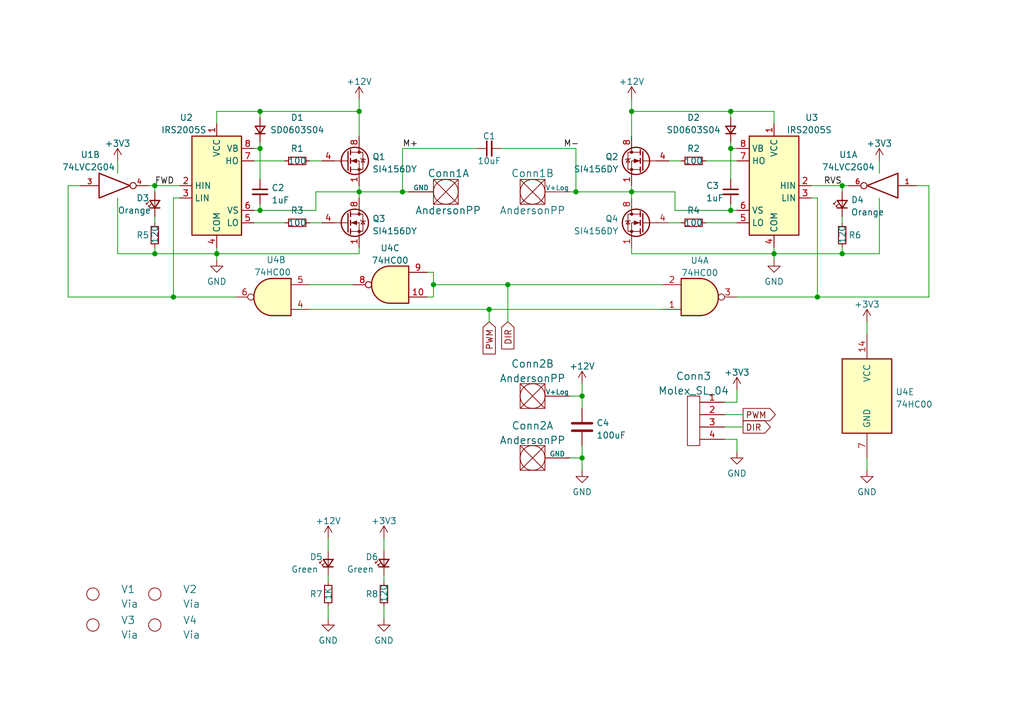
<source format=kicad_sch>
(kicad_sch (version 20211123) (generator eeschema)
  (paper "A5")
  (lib_symbols
    (symbol "74xGxx:74LVC2G04" (pin_names (offset 1.016))
      (property "Reference" "U" (at -2.54 3.81 0))
      (property "Value" "74LVC2G04" (at 0 -3.81 0))
      (symbol "74LVC2G04_0_1"
        (polyline (pts (xy -3.81 2.54) (xy -3.81 -2.54) (xy 2.54 0) (xy -3.81 2.54)) (stroke (width 0.254)))
        (pin power_in line (at 0 -2.54 270) (length 0) hide (name "GND") (number "2"))
        (pin power_in line (at 0 2.54 90) (length 0) hide (name "VCC") (number "5"))
      )
      (symbol "74LVC2G04_1_1"
        (pin input line (at -7.62 0 0) (length 3.81) (name "~") (number "1"))
        (pin output inverted (at 6.35 0 180) (length 3.81) (name "~") (number "6"))
      )
      (symbol "74LVC2G04_2_1"
        (pin input line (at -7.62 0 0) (length 3.81) (name "~") (number "3"))
        (pin output inverted (at 6.35 0 180) (length 3.81) (name "~") (number "4"))
      )
    )
    (symbol "74xx:74HC00" (pin_names (offset 1.016))
      (property "Reference" "U" (at 0 1.27 0))
      (property "Value" "74HC00" (at 0 -1.27 0))
      (symbol "74HC00_1_1"
        (arc (start 0 -3.81) (mid 3.81 0) (end 0 3.81) (stroke (width 0.254)) (fill (type background)))
        (polyline (pts (xy 0 3.81) (xy -3.81 3.81) (xy -3.81 -3.81) (xy 0 -3.81)) (stroke (width 0.254)) (fill (type background)))
        (pin input line (at -7.62 2.54 0) (length 3.81) (name "~") (number "1"))
        (pin input line (at -7.62 -2.54 0) (length 3.81) (name "~") (number "2"))
        (pin output inverted (at 7.62 0 180) (length 3.81) (name "~") (number "3"))
      )
      (symbol "74HC00_1_2"
        (arc (start -3.81 -3.81) (mid -2.589 0) (end -3.81 3.81) (stroke (width 0.254)))
        (arc (start -0.6096 -3.81) (mid 2.1842 -2.5851) (end 3.81 0) (stroke (width 0.254)) (fill (type background)))
        (polyline (pts (xy -3.81 -3.81) (xy -0.635 -3.81)) (stroke (width 0.254)) (fill (type background)))
        (polyline (pts (xy -3.81 3.81) (xy -0.635 3.81)) (stroke (width 0.254)) (fill (type background)))
        (polyline (pts (xy -0.635 3.81) (xy -3.81 3.81) (xy -3.81 3.81) (xy -3.556 3.4036) (xy -3.0226 2.2606) (xy -2.6924 1.0414) (xy -2.6162 -0.254) (xy -2.7686 -1.4986) (xy -3.175 -2.7178) (xy -3.81 -3.81) (xy -3.81 -3.81) (xy -0.635 -3.81)) (stroke (width -25.4)) (fill (type background)))
        (arc (start 3.81 0) (mid 2.1915 2.5936) (end -0.6096 3.81) (stroke (width 0.254)) (fill (type background)))
        (pin input inverted (at -7.62 2.54 0) (length 4.318) (name "~") (number "1"))
        (pin input inverted (at -7.62 -2.54 0) (length 4.318) (name "~") (number "2"))
        (pin output line (at 7.62 0 180) (length 3.81) (name "~") (number "3"))
      )
      (symbol "74HC00_2_1"
        (arc (start 0 -3.81) (mid 3.81 0) (end 0 3.81) (stroke (width 0.254)) (fill (type background)))
        (polyline (pts (xy 0 3.81) (xy -3.81 3.81) (xy -3.81 -3.81) (xy 0 -3.81)) (stroke (width 0.254)) (fill (type background)))
        (pin input line (at -7.62 2.54 0) (length 3.81) (name "~") (number "4"))
        (pin input line (at -7.62 -2.54 0) (length 3.81) (name "~") (number "5"))
        (pin output inverted (at 7.62 0 180) (length 3.81) (name "~") (number "6"))
      )
      (symbol "74HC00_2_2"
        (arc (start -3.81 -3.81) (mid -2.589 0) (end -3.81 3.81) (stroke (width 0.254)))
        (arc (start -0.6096 -3.81) (mid 2.1842 -2.5851) (end 3.81 0) (stroke (width 0.254)) (fill (type background)))
        (polyline (pts (xy -3.81 -3.81) (xy -0.635 -3.81)) (stroke (width 0.254)) (fill (type background)))
        (polyline (pts (xy -3.81 3.81) (xy -0.635 3.81)) (stroke (width 0.254)) (fill (type background)))
        (polyline (pts (xy -0.635 3.81) (xy -3.81 3.81) (xy -3.81 3.81) (xy -3.556 3.4036) (xy -3.0226 2.2606) (xy -2.6924 1.0414) (xy -2.6162 -0.254) (xy -2.7686 -1.4986) (xy -3.175 -2.7178) (xy -3.81 -3.81) (xy -3.81 -3.81) (xy -0.635 -3.81)) (stroke (width -25.4)) (fill (type background)))
        (arc (start 3.81 0) (mid 2.1915 2.5936) (end -0.6096 3.81) (stroke (width 0.254)) (fill (type background)))
        (pin input inverted (at -7.62 2.54 0) (length 4.318) (name "~") (number "4"))
        (pin input inverted (at -7.62 -2.54 0) (length 4.318) (name "~") (number "5"))
        (pin output line (at 7.62 0 180) (length 3.81) (name "~") (number "6"))
      )
      (symbol "74HC00_3_1"
        (arc (start 0 -3.81) (mid 3.81 0) (end 0 3.81) (stroke (width 0.254)) (fill (type background)))
        (polyline (pts (xy 0 3.81) (xy -3.81 3.81) (xy -3.81 -3.81) (xy 0 -3.81)) (stroke (width 0.254)) (fill (type background)))
        (pin input line (at -7.62 -2.54 0) (length 3.81) (name "~") (number "10"))
        (pin output inverted (at 7.62 0 180) (length 3.81) (name "~") (number "8"))
        (pin input line (at -7.62 2.54 0) (length 3.81) (name "~") (number "9"))
      )
      (symbol "74HC00_3_2"
        (arc (start -3.81 -3.81) (mid -2.589 0) (end -3.81 3.81) (stroke (width 0.254)))
        (arc (start -0.6096 -3.81) (mid 2.1842 -2.5851) (end 3.81 0) (stroke (width 0.254)) (fill (type background)))
        (polyline (pts (xy -3.81 -3.81) (xy -0.635 -3.81)) (stroke (width 0.254)) (fill (type background)))
        (polyline (pts (xy -3.81 3.81) (xy -0.635 3.81)) (stroke (width 0.254)) (fill (type background)))
        (polyline (pts (xy -0.635 3.81) (xy -3.81 3.81) (xy -3.81 3.81) (xy -3.556 3.4036) (xy -3.0226 2.2606) (xy -2.6924 1.0414) (xy -2.6162 -0.254) (xy -2.7686 -1.4986) (xy -3.175 -2.7178) (xy -3.81 -3.81) (xy -3.81 -3.81) (xy -0.635 -3.81)) (stroke (width -25.4)) (fill (type background)))
        (arc (start 3.81 0) (mid 2.1915 2.5936) (end -0.6096 3.81) (stroke (width 0.254)) (fill (type background)))
        (pin input inverted (at -7.62 -2.54 0) (length 4.318) (name "~") (number "10"))
        (pin output line (at 7.62 0 180) (length 3.81) (name "~") (number "8"))
        (pin input inverted (at -7.62 2.54 0) (length 4.318) (name "~") (number "9"))
      )
      (symbol "74HC00_4_1"
        (arc (start 0 -3.81) (mid 3.81 0) (end 0 3.81) (stroke (width 0.254)) (fill (type background)))
        (polyline (pts (xy 0 3.81) (xy -3.81 3.81) (xy -3.81 -3.81) (xy 0 -3.81)) (stroke (width 0.254)) (fill (type background)))
        (pin output inverted (at 7.62 0 180) (length 3.81) (name "~") (number "11"))
        (pin input line (at -7.62 2.54 0) (length 3.81) (name "~") (number "12"))
        (pin input line (at -7.62 -2.54 0) (length 3.81) (name "~") (number "13"))
      )
      (symbol "74HC00_4_2"
        (arc (start -3.81 -3.81) (mid -2.589 0) (end -3.81 3.81) (stroke (width 0.254)))
        (arc (start -0.6096 -3.81) (mid 2.1842 -2.5851) (end 3.81 0) (stroke (width 0.254)) (fill (type background)))
        (polyline (pts (xy -3.81 -3.81) (xy -0.635 -3.81)) (stroke (width 0.254)) (fill (type background)))
        (polyline (pts (xy -3.81 3.81) (xy -0.635 3.81)) (stroke (width 0.254)) (fill (type background)))
        (polyline (pts (xy -0.635 3.81) (xy -3.81 3.81) (xy -3.81 3.81) (xy -3.556 3.4036) (xy -3.0226 2.2606) (xy -2.6924 1.0414) (xy -2.6162 -0.254) (xy -2.7686 -1.4986) (xy -3.175 -2.7178) (xy -3.81 -3.81) (xy -3.81 -3.81) (xy -0.635 -3.81)) (stroke (width -25.4)) (fill (type background)))
        (arc (start 3.81 0) (mid 2.1915 2.5936) (end -0.6096 3.81) (stroke (width 0.254)) (fill (type background)))
        (pin output line (at 7.62 0 180) (length 3.81) (name "~") (number "11"))
        (pin input inverted (at -7.62 2.54 0) (length 4.318) (name "~") (number "12"))
        (pin input inverted (at -7.62 -2.54 0) (length 4.318) (name "~") (number "13"))
      )
      (symbol "74HC00_5_0"
        (pin power_in line (at 0 12.7 270) (length 5.08) (name "VCC") (number "14"))
        (pin power_in line (at 0 -12.7 90) (length 5.08) (name "GND") (number "7"))
      )
      (symbol "74HC00_5_1"
        (rectangle (start -5.08 7.62) (end 5.08 -7.62) (stroke (width 0.254)) (fill (type background)))
      )
    )
    (symbol "Device:C" (pin_numbers hide) (pin_names (offset 0.254))
      (property "Reference" "C" (at 0.635 2.54 0))
      (property "Value" "C" (at 0.635 -2.54 0))
      (symbol "C_0_1"
        (polyline (pts (xy -2.032 -0.762) (xy 2.032 -0.762)) (stroke (width 0.508)))
        (polyline (pts (xy -2.032 0.762) (xy 2.032 0.762)) (stroke (width 0.508)))
      )
      (symbol "C_1_1"
        (pin passive line (at 0 3.81 270) (length 2.794) (name "~") (number "1"))
        (pin passive line (at 0 -3.81 90) (length 2.794) (name "~") (number "2"))
      )
    )
    (symbol "Device:C_Small" (pin_numbers hide) (pin_names (offset 0.254) hide)
      (property "Reference" "C" (at 0.254 1.778 0))
      (property "Value" "C_Small" (at 0.254 -2.032 0))
      (symbol "C_Small_0_1"
        (polyline (pts (xy -1.524 -0.508) (xy 1.524 -0.508)) (stroke (width 0.3302)))
        (polyline (pts (xy -1.524 0.508) (xy 1.524 0.508)) (stroke (width 0.3048)))
      )
      (symbol "C_Small_1_1"
        (pin passive line (at 0 2.54 270) (length 2.032) (name "~") (number "1"))
        (pin passive line (at 0 -2.54 90) (length 2.032) (name "~") (number "2"))
      )
    )
    (symbol "Device:D_Small" (pin_numbers hide) (pin_names (offset 0.254) hide)
      (property "Reference" "D" (at -1.27 2.032 0))
      (property "Value" "D_Small" (at -3.81 -2.032 0))
      (symbol "D_Small_0_1"
        (polyline (pts (xy -0.762 -1.016) (xy -0.762 1.016)) (stroke (width 0.254)))
        (polyline (pts (xy -0.762 0) (xy 0.762 0)))
        (polyline (pts (xy 0.762 -1.016) (xy -0.762 0) (xy 0.762 1.016) (xy 0.762 -1.016)) (stroke (width 0.254)))
      )
      (symbol "D_Small_1_1"
        (pin passive line (at -2.54 0 0) (length 1.778) (name "K") (number "1"))
        (pin passive line (at 2.54 0 180) (length 1.778) (name "A") (number "2"))
      )
    )
    (symbol "Device:LED_Small" (pin_numbers hide) (pin_names (offset 0.254) hide)
      (property "Reference" "D" (at -1.27 3.175 0))
      (property "Value" "LED_Small" (at -4.445 -2.54 0))
      (symbol "LED_Small_0_1"
        (polyline (pts (xy -0.762 -1.016) (xy -0.762 1.016)) (stroke (width 0.254)))
        (polyline (pts (xy 1.016 0) (xy -0.762 0)))
        (polyline (pts (xy 0.762 -1.016) (xy -0.762 0) (xy 0.762 1.016) (xy 0.762 -1.016)) (stroke (width 0.254)))
        (polyline (pts (xy 0 0.762) (xy -0.508 1.27) (xy -0.254 1.27) (xy -0.508 1.27) (xy -0.508 1.016)))
        (polyline (pts (xy 0.508 1.27) (xy 0 1.778) (xy 0.254 1.778) (xy 0 1.778) (xy 0 1.524)))
      )
      (symbol "LED_Small_1_1"
        (pin passive line (at -2.54 0 0) (length 1.778) (name "K") (number "1"))
        (pin passive line (at 2.54 0 180) (length 1.778) (name "A") (number "2"))
      )
    )
    (symbol "Device:R_Small" (pin_numbers hide) (pin_names (offset 0.254) hide)
      (property "Reference" "R" (at 0.762 0.508 0))
      (property "Value" "R_Small" (at 0.762 -1.016 0))
      (symbol "R_Small_0_1"
        (rectangle (start -0.762 1.778) (end 0.762 -1.778) (stroke (width 0.2032)))
      )
      (symbol "R_Small_1_1"
        (pin passive line (at 0 2.54 270) (length 0.762) (name "~") (number "1"))
        (pin passive line (at 0 -2.54 90) (length 0.762) (name "~") (number "2"))
      )
    )
    (symbol "Driver_FET:IRS2005S"
      (property "Reference" "U" (at 1.27 13.335 0))
      (property "Value" "IRS2005S" (at 1.27 11.43 0))
      (symbol "IRS2005S_0_1"
        (rectangle (start -5.08 -10.16) (end 5.08 10.16) (stroke (width 0.254)) (fill (type background)))
      )
      (symbol "IRS2005S_1_1"
        (pin power_in line (at 0 12.7 270) (length 2.54) (name "VCC") (number "1"))
        (pin input line (at -7.62 0 0) (length 2.54) (name "HIN") (number "2"))
        (pin input line (at -7.62 -2.54 0) (length 2.54) (name "LIN") (number "3"))
        (pin power_in line (at 0 -12.7 90) (length 2.54) (name "COM") (number "4"))
        (pin output line (at 7.62 -7.62 180) (length 2.54) (name "LO") (number "5"))
        (pin passive line (at 7.62 -5.08 180) (length 2.54) (name "VS") (number "6"))
        (pin output line (at 7.62 5.08 180) (length 2.54) (name "HO") (number "7"))
        (pin passive line (at 7.62 7.62 180) (length 2.54) (name "VB") (number "8"))
      )
    )
    (symbol "MRDT_Connectors:AndersonPP" (pin_numbers hide) (pin_names (offset 0))
      (property "Reference" "Conn" (at 3.81 -1.27 0))
      (property "Value" "AndersonPP" (at 2.54 6.35 0))
      (symbol "AndersonPP_0_1"
        (polyline (pts (xy 0 5.08) (xy 5.08 0)))
        (polyline (pts (xy 5.08 5.08) (xy 0 0)))
        (rectangle (start 0 0) (end 5.08 5.08))
        (circle (center 2.54 2.54) (radius 2.54))
      )
      (symbol "AndersonPP_1_1"
        (pin input line (at 10.16 2.54 180) (length 5.08) (name "GND") (number "1"))
      )
      (symbol "AndersonPP_2_1"
        (pin input line (at 10.16 2.54 180) (length 5.08) (name "V+Log") (number "2"))
      )
      (symbol "AndersonPP_3_1"
        (pin input line (at 10.16 2.54 180) (length 5.08) (name "V+Act") (number "3"))
      )
      (symbol "AndersonPP_4_1"
        (pin input line (at 10.16 2.54 180) (length 5.08) (name "PV+") (number "4"))
      )
      (symbol "AndersonPP_5_1"
        (pin input line (at 10.16 2.54 180) (length 5.08) (name "~") (number "1"))
      )
    )
    (symbol "MRDT_Connectors:Molex_SL_04" (pin_names (offset 1.016))
      (property "Reference" "Conn" (at 3.81 -1.27 0))
      (property "Value" "Molex_SL_04" (at 1.27 11.43 0))
      (symbol "Molex_SL_04_0_1"
        (rectangle (start 0 10.16) (end 2.54 0))
      )
      (symbol "Molex_SL_04_1_1"
        (pin input line (at -5.08 8.89 0) (length 5.08) (name "~") (number "1"))
        (pin input line (at -5.08 6.35 0) (length 5.08) (name "~") (number "2"))
        (pin input line (at -5.08 3.81 0) (length 5.08) (name "~") (number "3"))
        (pin input line (at -5.08 1.27 0) (length 5.08) (name "~") (number "4"))
      )
    )
    (symbol "MRDT_Drill_Holes:Via" (pin_names (offset 1.016))
      (property "Reference" "V" (at 0 -2.54 0))
      (property "Value" "Via" (at 0 2.54 0))
      (symbol "Via_0_1"
        (circle (center 0 0) (radius 1.27))
      )
      (symbol "Via_1_1"
        (pin input line (at 0 0 0) (length 5.08) hide (name "~") (number "1"))
      )
    )
    (symbol "Transistor_FET:FDS2734" (pin_names hide)
      (property "Reference" "Q" (at 5.08 2.54 0))
      (property "Value" "FDS2734" (at 5.08 0 0))
      (symbol "FDS2734_0_1"
        (polyline (pts (xy 0.254 0) (xy -2.54 0)))
        (polyline (pts (xy 0.254 1.905) (xy 0.254 -1.905)) (stroke (width 0.254)))
        (polyline (pts (xy 0.762 -1.27) (xy 0.762 -2.286)) (stroke (width 0.254)))
        (polyline (pts (xy 0.762 0.508) (xy 0.762 -0.508)) (stroke (width 0.254)))
        (polyline (pts (xy 0.762 2.286) (xy 0.762 1.27)) (stroke (width 0.254)))
        (polyline (pts (xy 2.54 2.54) (xy 2.54 1.778)))
        (polyline (pts (xy 2.54 -2.54) (xy 2.54 0) (xy 0.762 0)))
        (polyline (pts (xy 0.762 -1.778) (xy 3.302 -1.778) (xy 3.302 1.778) (xy 0.762 1.778)))
        (polyline (pts (xy 1.016 0) (xy 2.032 0.381) (xy 2.032 -0.381) (xy 1.016 0)) (fill (type outline)))
        (polyline (pts (xy 2.794 0.508) (xy 2.921 0.381) (xy 3.683 0.381) (xy 3.81 0.254)))
        (polyline (pts (xy 3.302 0.381) (xy 2.921 -0.254) (xy 3.683 -0.254) (xy 3.302 0.381)))
        (circle (center 1.651 0) (radius 2.794) (stroke (width 0.254)))
        (circle (center 2.54 -1.778) (radius 0.254) (fill (type outline)))
        (circle (center 2.54 1.778) (radius 0.254) (fill (type outline)))
      )
      (symbol "FDS2734_1_1"
        (pin passive line (at 2.54 -5.08 90) (length 2.54) (name "S") (number "1"))
        (pin passive line (at 2.54 -5.08 90) (length 2.54) hide (name "S") (number "2"))
        (pin passive line (at 2.54 -5.08 90) (length 2.54) hide (name "S") (number "3"))
        (pin input line (at -5.08 0 0) (length 2.54) (name "G") (number "4"))
        (pin passive line (at 2.54 5.08 270) (length 2.54) hide (name "D") (number "5"))
        (pin passive line (at 2.54 5.08 270) (length 2.54) hide (name "D") (number "6"))
        (pin passive line (at 2.54 5.08 270) (length 2.54) hide (name "D") (number "7"))
        (pin passive line (at 2.54 5.08 270) (length 2.54) (name "D") (number "8"))
      )
    )
    (symbol "power:+12V" (power) (pin_names (offset 0))
      (property "Value" "+12V" (at 0 3.556 0))
      (symbol "+12V_0_1"
        (polyline (pts (xy -0.762 1.27) (xy 0 2.54)))
        (polyline (pts (xy 0 0) (xy 0 2.54)))
        (polyline (pts (xy 0 2.54) (xy 0.762 1.27)))
      )
      (symbol "+12V_1_1"
        (pin power_in line (at 0 0 90) (length 0) hide (name "+12V") (number "1"))
      )
    )
    (symbol "power:+3V3" (power) (pin_names (offset 0))
      (property "Value" "+3V3" (at 0 3.556 0))
      (symbol "+3V3_0_1"
        (polyline (pts (xy -0.762 1.27) (xy 0 2.54)))
        (polyline (pts (xy 0 0) (xy 0 2.54)))
        (polyline (pts (xy 0 2.54) (xy 0.762 1.27)))
      )
      (symbol "+3V3_1_1"
        (pin power_in line (at 0 0 90) (length 0) hide (name "+3V3") (number "1"))
      )
    )
    (symbol "power:GND" (power) (pin_names (offset 0))
      (property "Value" "GND" (at 0 -3.81 0))
      (symbol "GND_0_1"
        (polyline (pts (xy 0 0) (xy 0 -1.27) (xy 1.27 -1.27) (xy 0 -2.54) (xy -1.27 -1.27) (xy 0 -1.27)))
      )
      (symbol "GND_1_1"
        (pin power_in line (at 0 0 270) (length 0) hide (name "GND") (number "1"))
      )
    )
  )
  (junction (at 149.86 22.86))
  (junction (at 53.34 43.18))
  (junction (at 53.34 30.48))
  (junction (at 149.86 43.18))
  (junction (at 53.34 22.86))
  (junction (at 172.72 38.1))
  (junction (at 82.55 39.37))
  (junction (at 88.9 58.42))
  (junction (at 73.66 39.37))
  (junction (at 119.38 81.28))
  (junction (at 31.75 38.1))
  (junction (at 35.56 60.96))
  (junction (at 149.86 30.48))
  (junction (at 119.38 93.98))
  (junction (at 44.45 52.07))
  (junction (at 100.33 63.5))
  (junction (at 129.54 22.86))
  (junction (at 104.14 58.42))
  (junction (at 118.11 39.37))
  (junction (at 167.64 60.96))
  (junction (at 73.66 22.86))
  (junction (at 158.75 52.07))
  (junction (at 31.75 52.07))
  (junction (at 129.54 39.37))
  (junction (at 172.72 52.07))
  (wire (pts (xy 48.26 60.96) (xy 35.56 60.96)))
  (wire (pts (xy 148.59 87.63) (xy 152.4 87.63)))
  (wire (pts (xy 151.13 60.96) (xy 167.64 60.96)))
  (wire (pts (xy 88.9 55.88) (xy 88.9 58.42)))
  (wire (pts (xy 24.13 52.07) (xy 31.75 52.07)))
  (wire (pts (xy 129.54 22.86) (xy 129.54 27.94)))
  (wire (pts (xy 177.8 66.04) (xy 177.8 68.58)))
  (wire (pts (xy 52.07 43.18) (xy 53.34 43.18)))
  (wire (pts (xy 73.66 22.86) (xy 53.34 22.86)))
  (wire (pts (xy 137.16 45.72) (xy 139.7 45.72)))
  (wire (pts (xy 149.86 29.21) (xy 149.86 30.48)))
  (wire (pts (xy 53.34 43.18) (xy 64.77 43.18)))
  (wire (pts (xy 31.75 52.07) (xy 44.45 52.07)))
  (wire (pts (xy 119.38 81.28) (xy 119.38 83.82)))
  (wire (pts (xy 158.75 22.86) (xy 149.86 22.86)))
  (wire (pts (xy 73.66 39.37) (xy 82.55 39.37)))
  (wire (pts (xy 73.66 52.07) (xy 44.45 52.07)))
  (wire (pts (xy 158.75 50.8) (xy 158.75 52.07)))
  (wire (pts (xy 73.66 38.1) (xy 73.66 39.37)))
  (wire (pts (xy 24.13 33.02) (xy 24.13 35.56)))
  (wire (pts (xy 64.77 43.18) (xy 64.77 39.37)))
  (wire (pts (xy 118.11 39.37) (xy 116.84 39.37)))
  (wire (pts (xy 78.74 124.46) (xy 78.74 127)))
  (wire (pts (xy 144.78 45.72) (xy 151.13 45.72)))
  (wire (pts (xy 52.07 45.72) (xy 58.42 45.72)))
  (wire (pts (xy 44.45 50.8) (xy 44.45 52.07)))
  (wire (pts (xy 24.13 40.64) (xy 24.13 52.07)))
  (wire (pts (xy 167.64 60.96) (xy 190.5 60.96)))
  (wire (pts (xy 31.75 38.1) (xy 31.75 39.37)))
  (wire (pts (xy 87.63 60.96) (xy 88.9 60.96)))
  (wire (pts (xy 158.75 25.4) (xy 158.75 22.86)))
  (wire (pts (xy 151.13 43.18) (xy 149.86 43.18)))
  (wire (pts (xy 102.87 30.48) (xy 118.11 30.48)))
  (wire (pts (xy 151.13 90.17) (xy 151.13 92.71)))
  (wire (pts (xy 137.16 33.02) (xy 139.7 33.02)))
  (wire (pts (xy 129.54 20.32) (xy 129.54 22.86)))
  (wire (pts (xy 73.66 22.86) (xy 73.66 27.94)))
  (wire (pts (xy 73.66 39.37) (xy 73.66 40.64)))
  (wire (pts (xy 104.14 58.42) (xy 135.89 58.42)))
  (wire (pts (xy 177.8 93.98) (xy 177.8 96.52)))
  (wire (pts (xy 64.77 39.37) (xy 73.66 39.37)))
  (wire (pts (xy 158.75 52.07) (xy 158.75 53.34)))
  (wire (pts (xy 100.33 63.5) (xy 100.33 66.04)))
  (wire (pts (xy 63.5 45.72) (xy 66.04 45.72)))
  (wire (pts (xy 148.59 85.09) (xy 152.4 85.09)))
  (wire (pts (xy 30.48 38.1) (xy 31.75 38.1)))
  (wire (pts (xy 63.5 63.5) (xy 100.33 63.5)))
  (wire (pts (xy 53.34 41.91) (xy 53.34 43.18)))
  (wire (pts (xy 67.31 118.11) (xy 67.31 119.38)))
  (wire (pts (xy 31.75 50.8) (xy 31.75 52.07)))
  (wire (pts (xy 149.86 30.48) (xy 151.13 30.48)))
  (wire (pts (xy 166.37 38.1) (xy 172.72 38.1)))
  (wire (pts (xy 63.5 58.42) (xy 72.39 58.42)))
  (wire (pts (xy 73.66 20.32) (xy 73.66 22.86)))
  (wire (pts (xy 88.9 58.42) (xy 104.14 58.42)))
  (wire (pts (xy 13.97 38.1) (xy 16.51 38.1)))
  (wire (pts (xy 172.72 44.45) (xy 172.72 45.72)))
  (wire (pts (xy 13.97 60.96) (xy 35.56 60.96)))
  (wire (pts (xy 158.75 52.07) (xy 172.72 52.07)))
  (wire (pts (xy 44.45 22.86) (xy 53.34 22.86)))
  (wire (pts (xy 172.72 38.1) (xy 173.99 38.1)))
  (wire (pts (xy 129.54 50.8) (xy 129.54 52.07)))
  (wire (pts (xy 44.45 52.07) (xy 44.45 53.34)))
  (wire (pts (xy 52.07 33.02) (xy 58.42 33.02)))
  (wire (pts (xy 53.34 22.86) (xy 53.34 24.13)))
  (wire (pts (xy 149.86 41.91) (xy 149.86 43.18)))
  (wire (pts (xy 78.74 118.11) (xy 78.74 119.38)))
  (wire (pts (xy 118.11 39.37) (xy 129.54 39.37)))
  (wire (pts (xy 172.72 38.1) (xy 172.72 39.37)))
  (wire (pts (xy 35.56 60.96) (xy 35.56 40.64)))
  (wire (pts (xy 53.34 30.48) (xy 52.07 30.48)))
  (wire (pts (xy 151.13 82.55) (xy 151.13 80.01)))
  (wire (pts (xy 149.86 43.18) (xy 138.43 43.18)))
  (wire (pts (xy 116.84 93.98) (xy 119.38 93.98)))
  (wire (pts (xy 78.74 110.49) (xy 78.74 113.03)))
  (wire (pts (xy 119.38 81.28) (xy 119.38 78.74)))
  (wire (pts (xy 138.43 43.18) (xy 138.43 39.37)))
  (wire (pts (xy 73.66 50.8) (xy 73.66 52.07)))
  (wire (pts (xy 82.55 30.48) (xy 82.55 39.37)))
  (wire (pts (xy 187.96 38.1) (xy 190.5 38.1)))
  (wire (pts (xy 104.14 58.42) (xy 104.14 66.04)))
  (wire (pts (xy 53.34 29.21) (xy 53.34 30.48)))
  (wire (pts (xy 88.9 58.42) (xy 88.9 60.96)))
  (wire (pts (xy 116.84 81.28) (xy 119.38 81.28)))
  (wire (pts (xy 144.78 33.02) (xy 151.13 33.02)))
  (wire (pts (xy 44.45 25.4) (xy 44.45 22.86)))
  (wire (pts (xy 87.63 55.88) (xy 88.9 55.88)))
  (wire (pts (xy 35.56 40.64) (xy 36.83 40.64)))
  (wire (pts (xy 180.34 33.02) (xy 180.34 35.56)))
  (wire (pts (xy 167.64 60.96) (xy 167.64 40.64)))
  (wire (pts (xy 129.54 22.86) (xy 149.86 22.86)))
  (wire (pts (xy 67.31 124.46) (xy 67.31 127)))
  (wire (pts (xy 118.11 30.48) (xy 118.11 39.37)))
  (wire (pts (xy 82.55 30.48) (xy 97.79 30.48)))
  (wire (pts (xy 172.72 50.8) (xy 172.72 52.07)))
  (wire (pts (xy 31.75 38.1) (xy 36.83 38.1)))
  (wire (pts (xy 119.38 91.44) (xy 119.38 93.98)))
  (wire (pts (xy 129.54 52.07) (xy 158.75 52.07)))
  (wire (pts (xy 67.31 110.49) (xy 67.31 113.03)))
  (wire (pts (xy 82.55 39.37) (xy 83.82 39.37)))
  (wire (pts (xy 13.97 38.1) (xy 13.97 60.96)))
  (wire (pts (xy 149.86 36.83) (xy 149.86 30.48)))
  (wire (pts (xy 129.54 38.1) (xy 129.54 39.37)))
  (wire (pts (xy 190.5 38.1) (xy 190.5 60.96)))
  (wire (pts (xy 149.86 22.86) (xy 149.86 24.13)))
  (wire (pts (xy 167.64 40.64) (xy 166.37 40.64)))
  (wire (pts (xy 172.72 52.07) (xy 180.34 52.07)))
  (wire (pts (xy 148.59 82.55) (xy 151.13 82.55)))
  (wire (pts (xy 100.33 63.5) (xy 135.89 63.5)))
  (wire (pts (xy 129.54 39.37) (xy 129.54 40.64)))
  (wire (pts (xy 138.43 39.37) (xy 129.54 39.37)))
  (wire (pts (xy 180.34 40.64) (xy 180.34 52.07)))
  (wire (pts (xy 119.38 93.98) (xy 119.38 96.52)))
  (wire (pts (xy 53.34 36.83) (xy 53.34 30.48)))
  (wire (pts (xy 148.59 90.17) (xy 151.13 90.17)))
  (wire (pts (xy 63.5 33.02) (xy 66.04 33.02)))
  (wire (pts (xy 31.75 44.45) (xy 31.75 45.72)))
  (label "FWD" (at 31.75 38.1 0))
  (label "M-" (at 115.57 30.48 0))
  (label "M+" (at 82.55 30.48 0))
  (label "RVS" (at 168.91 38.1 0))
  (global_label "DIR" (shape input) (at 104.14 66.04 270) (property "Intersheet References" "${INTERSHEET_REFS}" (effects hide)))
  (global_label "PWM" (shape output) (at 152.4 85.09 0) (property "Intersheet References" "${INTERSHEET_REFS}" (effects hide)))
  (global_label "DIR" (shape output) (at 152.4 87.63 0) (property "Intersheet References" "${INTERSHEET_REFS}" (effects hide)))
  (global_label "PWM" (shape input) (at 100.33 66.04 270) (property "Intersheet References" "${INTERSHEET_REFS}" (effects hide)))
  (symbol (lib_id "Transistor_FET:FDS2734") (at 132.08 33.02 0) (mirror y) (unit 1)
    (property "Reference" "Q2" (at 126.873 32.1853 0) (effects (justify left)))
    (property "Value" "SI4156DY" (at 126.873 34.7222 0) (effects (justify left)))
    (property "Footprint" "Package_SO:SOIC-8_3.9x4.9mm_P1.27mm" (effects hide))
    (property "Datasheet" "http://www.onsemi.com/pub/Collateral/FDS2734-D.pdf" (effects hide))
  )
  (symbol (lib_id "Device:C_Small") (at 53.34 39.37 0) (unit 1)
    (property "Reference" "C2" (at 55.6641 38.5416 0) (effects (justify left)))
    (property "Value" "1uF" (at 55.6641 41.0785 0) (effects (justify left)))
    (property "Footprint" "Capacitor_SMD:C_0603_1608Metric_Pad1.08x0.95mm_HandSolder" (effects hide))
  )
  (symbol (lib_id "Driver_FET:IRS2005S") (at 44.45 38.1 0) (unit 1)
    (property "Reference" "U2" (at 36.83 24.13 0) (effects (justify left)))
    (property "Value" "IRS2005S" (at 33.02 26.67 0) (effects (justify left)))
    (property "Footprint" "Package_SO:SOIC-8_3.9x4.9mm_P1.27mm" (effects hide))
    (property "Datasheet" "https://www.infineon.com/dgdl/Infineon-IRS2005S-DS-v02_00-EN.pdf?fileId=5546d462533600a4015364c4246229e1" (effects hide))
  )
  (symbol (lib_id "MRDT_Connectors:AndersonPP") (at 106.68 96.52 0) (unit 1)
    (property "Reference" "Conn2" (at 109.22 87.3559 0) (effects (font (size 1.524 1.524))))
    (property "Value" "AndersonPP" (at 109.22 90.3493 0) (effects (font (size 1.524 1.524))))
    (property "Footprint" "MRDT_Connectors:Square_Anderson_2_H_Side_By_Side" (effects hide))
  )
  (symbol (lib_id "Device:D_Small") (at 53.34 26.67 90) (unit 1)
    (property "Reference" "D1" (at 60.96 24.13 90))
    (property "Value" "SD0603S04" (at 60.96 26.67 90))
    (property "Footprint" "Diode_SMD:D_0201_0603Metric_Pad0.64x0.40mm_HandSolder" (effects hide))
  )
  (symbol (lib_id "MRDT_Connectors:AndersonPP") (at 106.68 41.91 0) (unit 2)
    (property "Reference" "Conn1" (at 109.22 35.56 0) (effects (font (size 1.524 1.524))))
    (property "Value" "AndersonPP" (at 109.22 43.18 0) (effects (font (size 1.524 1.524))))
    (property "Footprint" "MRDT_Connectors:Square_Anderson_2_H_Side_By_Side" (effects hide))
  )
  (symbol (lib_id "Device:LED_Small") (at 31.75 41.91 90) (unit 1)
    (property "Reference" "D3" (at 27.94 40.64 90) (effects (justify right)))
    (property "Value" "Orange" (at 24.13 43.1769 90) (effects (justify right)))
    (property "Footprint" "LED_SMD:LED_0603_1608Metric_Pad1.05x0.95mm_HandSolder" (effects hide))
  )
  (symbol (lib_id "power:GND") (at 151.13 92.71 0) (unit 1)
    (property "Reference" "#PWR010" (effects hide))
    (property "Value" "GND" (at 151.13 97.1534 0))
  )
  (symbol (lib_id "MRDT_Connectors:Molex_SL_04") (at 143.51 91.44 0) (mirror y) (unit 1)
    (property "Reference" "Conn3" (at 142.24 77.1959 0) (effects (font (size 1.524 1.524))))
    (property "Value" "Molex_SL_04" (at 142.24 80.1893 0) (effects (font (size 1.524 1.524))))
    (property "Footprint" "MRDT_Connectors:MOLEX_SL_04_Vertical" (effects hide))
  )
  (symbol (lib_id "MRDT_Connectors:AndersonPP") (at 106.68 83.82 0) (unit 2)
    (property "Reference" "Conn2" (at 109.22 74.6559 0) (effects (font (size 1.524 1.524))))
    (property "Value" "AndersonPP" (at 109.22 77.6493 0) (effects (font (size 1.524 1.524))))
    (property "Footprint" "MRDT_Connectors:Square_Anderson_2_H_Side_By_Side" (effects hide))
  )
  (symbol (lib_id "Driver_FET:IRS2005S") (at 158.75 38.1 0) (mirror y) (unit 1)
    (property "Reference" "U3" (at 165.1 24.13 0) (effects (justify right)))
    (property "Value" "IRS2005S" (at 161.29 26.67 0) (effects (justify right)))
    (property "Footprint" "Package_SO:SOIC-8_3.9x4.9mm_P1.27mm" (effects hide))
    (property "Datasheet" "https://www.infineon.com/dgdl/Infineon-IRS2005S-DS-v02_00-EN.pdf?fileId=5546d462533600a4015364c4246229e1" (effects hide))
  )
  (symbol (lib_id "MRDT_Drill_Holes:Via") (at 31.75 128.27 0) (unit 1)
    (property "Reference" "V4" (at 37.465 127.2938 0) (effects (font (size 1.524 1.524)) (justify left)))
    (property "Value" "Via" (at 37.465 130.2872 0) (effects (font (size 1.524 1.524)) (justify left)))
    (property "Footprint" "MRDT_Drill_Holes:4_40_Hole_Corner" (effects hide))
  )
  (symbol (lib_id "power:+3V3") (at 78.74 110.49 0) (unit 1)
    (property "Reference" "#PWR0103" (effects hide))
    (property "Value" "+3V3" (at 78.74 106.9142 0))
  )
  (symbol (lib_id "74xx:74HC00") (at 143.51 60.96 0) (mirror x) (unit 1)
    (property "Reference" "U4" (at 143.51 53.4502 0))
    (property "Value" "74HC00" (at 143.51 55.9871 0))
    (property "Footprint" "Package_SO:SO-14_5.3x10.2mm_P1.27mm" (effects hide))
    (property "Datasheet" "http://www.ti.com/lit/gpn/sn74hc00" (effects hide))
  )
  (symbol (lib_id "power:+3V3") (at 180.34 33.02 0) (unit 1)
    (property "Reference" "#PWR04" (effects hide))
    (property "Value" "+3V3" (at 180.34 29.4442 0))
  )
  (symbol (lib_id "74xGxx:74LVC2G04") (at 24.13 38.1 0) (unit 2)
    (property "Reference" "U1" (at 16.51 31.75 0) (effects (justify left)))
    (property "Value" "74LVC2G04" (at 12.7 34.2931 0) (effects (justify left)))
    (property "Footprint" "Package_TO_SOT_SMD:SOT-23-6_Handsoldering" (effects hide))
    (property "Datasheet" "http://www.ti.com/lit/sg/scyt129e/scyt129e.pdf" (effects hide))
  )
  (symbol (lib_id "Transistor_FET:FDS2734") (at 71.12 45.72 0) (unit 1)
    (property "Reference" "Q3" (at 76.327 44.8853 0) (effects (justify left)))
    (property "Value" "SI4156DY" (at 76.327 47.4222 0) (effects (justify left)))
    (property "Footprint" "Package_SO:SOIC-8_3.9x4.9mm_P1.27mm" (effects hide))
    (property "Datasheet" "http://www.onsemi.com/pub/Collateral/FDS2734-D.pdf" (effects hide))
  )
  (symbol (lib_id "power:GND") (at 119.38 96.52 0) (unit 1)
    (property "Reference" "#PWR011" (effects hide))
    (property "Value" "GND" (at 119.38 100.9634 0))
  )
  (symbol (lib_id "power:+3V3") (at 151.13 80.01 0) (unit 1)
    (property "Reference" "#PWR09" (effects hide))
    (property "Value" "+3V3" (at 151.13 76.4342 0))
  )
  (symbol (lib_id "Device:R_Small") (at 67.31 121.92 0) (unit 1)
    (property "Reference" "R7" (at 63.5 121.92 0) (effects (justify left)))
    (property "Value" "1K" (at 67.31 123.19 90) (effects (justify left)))
    (property "Footprint" "Resistor_SMD:R_0603_1608Metric_Pad0.98x0.95mm_HandSolder" (effects hide))
  )
  (symbol (lib_id "power:GND") (at 44.45 53.34 0) (unit 1)
    (property "Reference" "#PWR05" (effects hide))
    (property "Value" "GND" (at 44.45 57.7834 0))
  )
  (symbol (lib_id "Device:R_Small") (at 60.96 45.72 90) (unit 1)
    (property "Reference" "R3" (at 60.96 43.18 90))
    (property "Value" "100" (at 60.96 45.72 90))
    (property "Footprint" "Resistor_SMD:R_0603_1608Metric_Pad0.98x0.95mm_HandSolder" (effects hide))
  )
  (symbol (lib_id "Device:C_Small") (at 149.86 39.37 0) (unit 1)
    (property "Reference" "C3" (at 144.78 38.1031 0) (effects (justify left)))
    (property "Value" "1uF" (at 144.78 40.64 0) (effects (justify left)))
    (property "Footprint" "Capacitor_SMD:C_0603_1608Metric_Pad1.08x0.95mm_HandSolder" (effects hide))
  )
  (symbol (lib_id "Device:R_Small") (at 60.96 33.02 90) (unit 1)
    (property "Reference" "R1" (at 60.96 30.48 90))
    (property "Value" "100" (at 60.96 33.02 90))
    (property "Footprint" "Resistor_SMD:R_0603_1608Metric_Pad0.98x0.95mm_HandSolder" (effects hide))
  )
  (symbol (lib_id "power:+12V") (at 119.38 78.74 0) (unit 1)
    (property "Reference" "#PWR08" (effects hide))
    (property "Value" "+12V" (at 119.38 75.1642 0))
  )
  (symbol (lib_id "power:GND") (at 78.74 127 0) (unit 1)
    (property "Reference" "#PWR0102" (effects hide))
    (property "Value" "GND" (at 78.74 131.4434 0))
  )
  (symbol (lib_id "power:+12V") (at 129.54 20.32 0) (unit 1)
    (property "Reference" "#PWR02" (effects hide))
    (property "Value" "+12V" (at 129.54 16.7442 0))
  )
  (symbol (lib_id "power:+12V") (at 73.66 20.32 0) (unit 1)
    (property "Reference" "#PWR01" (effects hide))
    (property "Value" "+12V" (at 73.66 16.7442 0))
  )
  (symbol (lib_id "74xGxx:74LVC2G04") (at 180.34 38.1 0) (mirror y) (unit 1)
    (property "Reference" "U1" (at 173.99 31.75 0))
    (property "Value" "74LVC2G04" (at 173.99 34.2869 0))
    (property "Footprint" "Package_TO_SOT_SMD:SOT-23-6_Handsoldering" (effects hide))
    (property "Datasheet" "http://www.ti.com/lit/sg/scyt129e/scyt129e.pdf" (effects hide))
  )
  (symbol (lib_id "MRDT_Connectors:AndersonPP") (at 93.98 41.91 0) (mirror y) (unit 1)
    (property "Reference" "Conn1" (at 87.63 35.56 0) (effects (font (size 1.524 1.524)) (justify right)))
    (property "Value" "AndersonPP" (at 85.09 43.18 0) (effects (font (size 1.524 1.524)) (justify right)))
    (property "Footprint" "MRDT_Connectors:Square_Anderson_2_H_Side_By_Side" (effects hide))
  )
  (symbol (lib_id "Device:LED_Small") (at 67.31 115.57 90) (unit 1)
    (property "Reference" "D5" (at 63.5 114.3 90) (effects (justify right)))
    (property "Value" "Green" (at 59.69 116.8369 90) (effects (justify right)))
    (property "Footprint" "LED_SMD:LED_0603_1608Metric_Pad1.05x0.95mm_HandSolder" (effects hide))
  )
  (symbol (lib_id "power:GND") (at 158.75 53.34 0) (unit 1)
    (property "Reference" "#PWR06" (effects hide))
    (property "Value" "GND" (at 158.75 57.7834 0))
  )
  (symbol (lib_id "power:+12V") (at 67.31 110.49 0) (unit 1)
    (property "Reference" "#PWR0104" (effects hide))
    (property "Value" "+12V" (at 67.31 106.9142 0))
  )
  (symbol (lib_id "Device:LED_Small") (at 78.74 115.57 90) (unit 1)
    (property "Reference" "D6" (at 74.93 114.3 90) (effects (justify right)))
    (property "Value" "Green" (at 71.12 116.8369 90) (effects (justify right)))
    (property "Footprint" "LED_SMD:LED_0603_1608Metric_Pad1.05x0.95mm_HandSolder" (effects hide))
  )
  (symbol (lib_id "Transistor_FET:FDS2734") (at 132.08 45.72 0) (mirror y) (unit 1)
    (property "Reference" "Q4" (at 126.873 44.8853 0) (effects (justify left)))
    (property "Value" "SI4156DY" (at 126.873 47.4222 0) (effects (justify left)))
    (property "Footprint" "Package_SO:SOIC-8_3.9x4.9mm_P1.27mm" (effects hide))
    (property "Datasheet" "http://www.onsemi.com/pub/Collateral/FDS2734-D.pdf" (effects hide))
  )
  (symbol (lib_id "power:GND") (at 67.31 127 0) (unit 1)
    (property "Reference" "#PWR0101" (effects hide))
    (property "Value" "GND" (at 67.31 131.4434 0))
  )
  (symbol (lib_id "power:+3V3") (at 177.8 66.04 0) (unit 1)
    (property "Reference" "#PWR07" (effects hide))
    (property "Value" "+3V3" (at 177.8 62.4642 0))
  )
  (symbol (lib_id "Device:R_Small") (at 142.24 45.72 90) (unit 1)
    (property "Reference" "R4" (at 142.24 43.18 90))
    (property "Value" "100" (at 142.24 45.72 90))
    (property "Footprint" "Resistor_SMD:R_0603_1608Metric_Pad0.98x0.95mm_HandSolder" (effects hide))
  )
  (symbol (lib_id "74xx:74HC00") (at 80.01 58.42 0) (mirror y) (unit 3)
    (property "Reference" "U4" (at 80.01 50.9102 0))
    (property "Value" "74HC00" (at 80.01 53.4471 0))
    (property "Footprint" "Package_SO:SO-14_5.3x10.2mm_P1.27mm" (effects hide))
    (property "Datasheet" "http://www.ti.com/lit/gpn/sn74hc00" (effects hide))
  )
  (symbol (lib_id "MRDT_Drill_Holes:Via") (at 19.05 121.92 0) (unit 1)
    (property "Reference" "V1" (at 24.765 120.9438 0) (effects (font (size 1.524 1.524)) (justify left)))
    (property "Value" "Via" (at 24.765 123.9372 0) (effects (font (size 1.524 1.524)) (justify left)))
    (property "Footprint" "MRDT_Drill_Holes:4_40_Hole_Corner" (effects hide))
  )
  (symbol (lib_id "Device:R_Small") (at 31.75 48.26 0) (unit 1)
    (property "Reference" "R5" (at 27.94 48.26 0) (effects (justify left)))
    (property "Value" "120" (at 31.75 50.038 90) (effects (justify left)))
    (property "Footprint" "Resistor_SMD:R_0603_1608Metric_Pad0.98x0.95mm_HandSolder" (effects hide))
  )
  (symbol (lib_id "Transistor_FET:FDS2734") (at 71.12 33.02 0) (unit 1)
    (property "Reference" "Q1" (at 76.327 32.1853 0) (effects (justify left)))
    (property "Value" "SI4156DY" (at 76.327 34.7222 0) (effects (justify left)))
    (property "Footprint" "Package_SO:SOIC-8_3.9x4.9mm_P1.27mm" (effects hide))
    (property "Datasheet" "http://www.onsemi.com/pub/Collateral/FDS2734-D.pdf" (effects hide))
  )
  (symbol (lib_id "MRDT_Drill_Holes:Via") (at 31.75 121.92 0) (unit 1)
    (property "Reference" "V2" (at 37.465 120.9438 0) (effects (font (size 1.524 1.524)) (justify left)))
    (property "Value" "Via" (at 37.465 123.9372 0) (effects (font (size 1.524 1.524)) (justify left)))
    (property "Footprint" "MRDT_Drill_Holes:4_40_Hole_Corner" (effects hide))
  )
  (symbol (lib_id "Device:C") (at 119.38 87.63 0) (unit 1)
    (property "Reference" "C4" (at 122.301 86.7953 0) (effects (justify left)))
    (property "Value" "100uF" (at 122.301 89.3322 0) (effects (justify left)))
    (property "Footprint" "Capacitor_THT:CP_Radial_D10.0mm_P2.50mm" (effects hide))
  )
  (symbol (lib_id "Device:R_Small") (at 172.72 48.26 0) (unit 1)
    (property "Reference" "R6" (at 173.99 48.26 0) (effects (justify left)))
    (property "Value" "120" (at 172.72 50.038 90) (effects (justify left)))
    (property "Footprint" "Resistor_SMD:R_0603_1608Metric_Pad0.98x0.95mm_HandSolder" (effects hide))
  )
  (symbol (lib_id "Device:R_Small") (at 142.24 33.02 90) (unit 1)
    (property "Reference" "R2" (at 142.24 30.48 90))
    (property "Value" "100" (at 142.24 33.02 90))
    (property "Footprint" "Resistor_SMD:R_0603_1608Metric_Pad0.98x0.95mm_HandSolder" (effects hide))
  )
  (symbol (lib_id "Device:LED_Small") (at 172.72 41.91 90) (unit 1)
    (property "Reference" "D4" (at 174.498 41.0118 90) (effects (justify right)))
    (property "Value" "Orange" (at 174.498 43.5487 90) (effects (justify right)))
    (property "Footprint" "LED_SMD:LED_0603_1608Metric_Pad1.05x0.95mm_HandSolder" (effects hide))
  )
  (symbol (lib_id "power:+3V3") (at 24.13 33.02 0) (unit 1)
    (property "Reference" "#PWR03" (effects hide))
    (property "Value" "+3V3" (at 24.13 29.4442 0))
  )
  (symbol (lib_id "MRDT_Drill_Holes:Via") (at 19.05 128.27 0) (unit 1)
    (property "Reference" "V3" (at 24.765 127.2938 0) (effects (font (size 1.524 1.524)) (justify left)))
    (property "Value" "Via" (at 24.765 130.2872 0) (effects (font (size 1.524 1.524)) (justify left)))
    (property "Footprint" "MRDT_Drill_Holes:4_40_Hole_Corner" (effects hide))
  )
  (symbol (lib_id "power:GND") (at 177.8 96.52 0) (unit 1)
    (property "Reference" "#PWR012" (effects hide))
    (property "Value" "GND" (at 177.8 100.9634 0))
  )
  (symbol (lib_id "Device:R_Small") (at 78.74 121.92 0) (unit 1)
    (property "Reference" "R8" (at 74.93 121.92 0) (effects (justify left)))
    (property "Value" "120" (at 78.74 123.698 90) (effects (justify left)))
    (property "Footprint" "Resistor_SMD:R_0603_1608Metric_Pad0.98x0.95mm_HandSolder" (effects hide))
  )
  (symbol (lib_id "74xx:74HC00") (at 55.88 60.96 180) (unit 2)
    (property "Reference" "U4" (at 54.61 53.34 0) (effects (justify right)))
    (property "Value" "74HC00" (at 52.07 55.88 0) (effects (justify right)))
    (property "Footprint" "Package_SO:SO-14_5.3x10.2mm_P1.27mm" (effects hide))
    (property "Datasheet" "http://www.ti.com/lit/gpn/sn74hc00" (effects hide))
  )
  (symbol (lib_id "Device:D_Small") (at 149.86 26.67 270) (mirror x) (unit 1)
    (property "Reference" "D2" (at 142.24 24.13 90))
    (property "Value" "SD0603S04" (at 142.24 26.67 90))
    (property "Footprint" "Diode_SMD:D_0201_0603Metric_Pad0.64x0.40mm_HandSolder" (effects hide))
  )
  (symbol (lib_id "74xx:74HC00") (at 177.8 81.28 0) (unit 5)
    (property "Reference" "U4" (at 183.642 80.4453 0) (effects (justify left)))
    (property "Value" "74HC00" (at 183.642 82.9822 0) (effects (justify left)))
    (property "Footprint" "Package_SO:SO-14_5.3x10.2mm_P1.27mm" (effects hide))
    (property "Datasheet" "http://www.ti.com/lit/gpn/sn74hc00" (effects hide))
  )
  (symbol (lib_id "Device:C_Small") (at 100.33 30.48 90) (unit 1)
    (property "Reference" "C1" (at 100.33 27.94 90))
    (property "Value" "10uF" (at 100.33 33.02 90))
    (property "Footprint" "Capacitor_SMD:C_0603_1608Metric_Pad1.08x0.95mm_HandSolder" (effects hide))
  )
)
</source>
